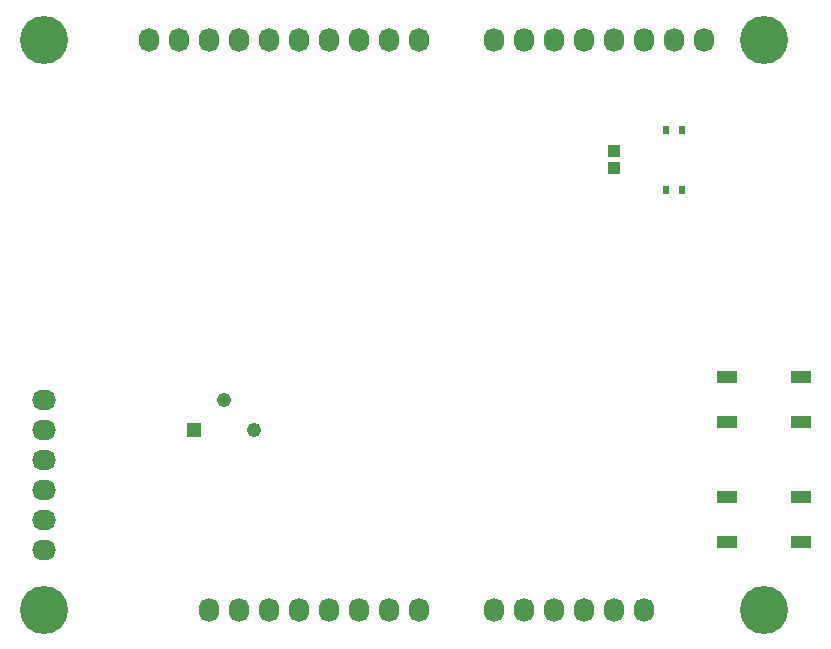
<source format=gts>
%TF.GenerationSoftware,KiCad,Pcbnew,(6.0.2)*%
%TF.CreationDate,2022-05-07T22:53:05-07:00*%
%TF.ProjectId,Final_Project,46696e61-6c5f-4507-926f-6a6563742e6b,rev?*%
%TF.SameCoordinates,Original*%
%TF.FileFunction,Soldermask,Top*%
%TF.FilePolarity,Negative*%
%FSLAX46Y46*%
G04 Gerber Fmt 4.6, Leading zero omitted, Abs format (unit mm)*
G04 Created by KiCad (PCBNEW (6.0.2)) date 2022-05-07 22:53:05*
%MOMM*%
%LPD*%
G01*
G04 APERTURE LIST*
%ADD10C,4.064000*%
%ADD11C,1.222000*%
%ADD12R,1.222000X1.222000*%
%ADD13R,1.700000X1.000000*%
%ADD14R,1.020000X1.040000*%
%ADD15O,2.032000X1.727200*%
%ADD16R,0.600000X0.800000*%
%ADD17O,1.727200X2.032000*%
G04 APERTURE END LIST*
D10*
%TO.C,P6*%
X174498000Y-75565000D03*
%TD*%
D11*
%TO.C,VR1*%
X131318000Y-108585000D03*
X128778000Y-106045000D03*
D12*
X126238000Y-108585000D03*
%TD*%
D13*
%TO.C,S2*%
X177648000Y-114305000D03*
X171348000Y-114305000D03*
X171348000Y-118105000D03*
X177648000Y-118105000D03*
%TD*%
%TO.C,S1*%
X177648000Y-104145000D03*
X171348000Y-104145000D03*
X171348000Y-107945000D03*
X177648000Y-107945000D03*
%TD*%
D14*
%TO.C,R1*%
X161798000Y-84990000D03*
X161798000Y-86460000D03*
%TD*%
D15*
%TO.C,J1*%
X113538000Y-106045000D03*
X113538000Y-108585000D03*
X113538000Y-111125000D03*
X113538000Y-113665000D03*
X113538000Y-116205000D03*
X113538000Y-118745000D03*
%TD*%
D16*
%TO.C,D2*%
X167578000Y-83185000D03*
X166178000Y-83185000D03*
%TD*%
%TO.C,D1*%
X167578000Y-88265000D03*
X166178000Y-88265000D03*
%TD*%
D17*
%TO.C,P1*%
X127498000Y-123825000D03*
X130038000Y-123825000D03*
X132578000Y-123825000D03*
X135118000Y-123825000D03*
X137658000Y-123825000D03*
X140198000Y-123825000D03*
X142738000Y-123825000D03*
X145278000Y-123825000D03*
%TD*%
%TO.C,A0-A6*%
X151638000Y-123825000D03*
X154178000Y-123825000D03*
X156718000Y-123825000D03*
X159258000Y-123825000D03*
X161798000Y-123825000D03*
X164338000Y-123825000D03*
%TD*%
%TO.C,P3*%
X122408000Y-75565000D03*
X124948000Y-75565000D03*
X127488000Y-75565000D03*
X130028000Y-75565000D03*
X132568000Y-75565000D03*
X135108000Y-75565000D03*
X137648000Y-75565000D03*
X140188000Y-75565000D03*
X142728000Y-75565000D03*
X145268000Y-75565000D03*
%TD*%
%TO.C,Digital 1-8*%
X151638000Y-75565000D03*
X154178000Y-75565000D03*
X156718000Y-75565000D03*
X159258000Y-75565000D03*
X161798000Y-75565000D03*
X164338000Y-75565000D03*
X166878000Y-75565000D03*
X169418000Y-75565000D03*
%TD*%
D10*
%TO.C,P5*%
X113538000Y-123825000D03*
%TD*%
%TO.C,P6*%
X174498000Y-123825000D03*
%TD*%
%TO.C,P8*%
X113538000Y-75565000D03*
%TD*%
M02*

</source>
